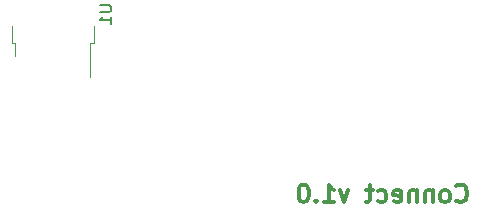
<source format=gbr>
%TF.GenerationSoftware,KiCad,Pcbnew,(6.0.2)*%
%TF.CreationDate,2022-06-07T19:59:31+02:00*%
%TF.ProjectId,cup_connect,6375705f-636f-46e6-9e65-63742e6b6963,rev?*%
%TF.SameCoordinates,Original*%
%TF.FileFunction,Legend,Bot*%
%TF.FilePolarity,Positive*%
%FSLAX46Y46*%
G04 Gerber Fmt 4.6, Leading zero omitted, Abs format (unit mm)*
G04 Created by KiCad (PCBNEW (6.0.2)) date 2022-06-07 19:59:31*
%MOMM*%
%LPD*%
G01*
G04 APERTURE LIST*
%ADD10C,0.300000*%
%ADD11C,0.150000*%
%ADD12C,0.120000*%
G04 APERTURE END LIST*
D10*
X34154285Y-26697714D02*
X34225714Y-26769142D01*
X34440000Y-26840571D01*
X34582857Y-26840571D01*
X34797142Y-26769142D01*
X34940000Y-26626285D01*
X35011428Y-26483428D01*
X35082857Y-26197714D01*
X35082857Y-25983428D01*
X35011428Y-25697714D01*
X34940000Y-25554857D01*
X34797142Y-25412000D01*
X34582857Y-25340571D01*
X34440000Y-25340571D01*
X34225714Y-25412000D01*
X34154285Y-25483428D01*
X33297142Y-26840571D02*
X33440000Y-26769142D01*
X33511428Y-26697714D01*
X33582857Y-26554857D01*
X33582857Y-26126285D01*
X33511428Y-25983428D01*
X33440000Y-25912000D01*
X33297142Y-25840571D01*
X33082857Y-25840571D01*
X32940000Y-25912000D01*
X32868571Y-25983428D01*
X32797142Y-26126285D01*
X32797142Y-26554857D01*
X32868571Y-26697714D01*
X32940000Y-26769142D01*
X33082857Y-26840571D01*
X33297142Y-26840571D01*
X32154285Y-25840571D02*
X32154285Y-26840571D01*
X32154285Y-25983428D02*
X32082857Y-25912000D01*
X31940000Y-25840571D01*
X31725714Y-25840571D01*
X31582857Y-25912000D01*
X31511428Y-26054857D01*
X31511428Y-26840571D01*
X30797142Y-25840571D02*
X30797142Y-26840571D01*
X30797142Y-25983428D02*
X30725714Y-25912000D01*
X30582857Y-25840571D01*
X30368571Y-25840571D01*
X30225714Y-25912000D01*
X30154285Y-26054857D01*
X30154285Y-26840571D01*
X28868571Y-26769142D02*
X29011428Y-26840571D01*
X29297142Y-26840571D01*
X29440000Y-26769142D01*
X29511428Y-26626285D01*
X29511428Y-26054857D01*
X29440000Y-25912000D01*
X29297142Y-25840571D01*
X29011428Y-25840571D01*
X28868571Y-25912000D01*
X28797142Y-26054857D01*
X28797142Y-26197714D01*
X29511428Y-26340571D01*
X27511428Y-26769142D02*
X27654285Y-26840571D01*
X27940000Y-26840571D01*
X28082857Y-26769142D01*
X28154285Y-26697714D01*
X28225714Y-26554857D01*
X28225714Y-26126285D01*
X28154285Y-25983428D01*
X28082857Y-25912000D01*
X27940000Y-25840571D01*
X27654285Y-25840571D01*
X27511428Y-25912000D01*
X27082857Y-25840571D02*
X26511428Y-25840571D01*
X26868571Y-25340571D02*
X26868571Y-26626285D01*
X26797142Y-26769142D01*
X26654285Y-26840571D01*
X26511428Y-26840571D01*
X25011428Y-25840571D02*
X24654285Y-26840571D01*
X24297142Y-25840571D01*
X22940000Y-26840571D02*
X23797142Y-26840571D01*
X23368571Y-26840571D02*
X23368571Y-25340571D01*
X23511428Y-25554857D01*
X23654285Y-25697714D01*
X23797142Y-25769142D01*
X22297142Y-26697714D02*
X22225714Y-26769142D01*
X22297142Y-26840571D01*
X22368571Y-26769142D01*
X22297142Y-26697714D01*
X22297142Y-26840571D01*
X21297142Y-25340571D02*
X21154285Y-25340571D01*
X21011428Y-25412000D01*
X20940000Y-25483428D01*
X20868571Y-25626285D01*
X20797142Y-25912000D01*
X20797142Y-26269142D01*
X20868571Y-26554857D01*
X20940000Y-26697714D01*
X21011428Y-26769142D01*
X21154285Y-26840571D01*
X21297142Y-26840571D01*
X21440000Y-26769142D01*
X21511428Y-26697714D01*
X21582857Y-26554857D01*
X21654285Y-26269142D01*
X21654285Y-25912000D01*
X21582857Y-25626285D01*
X21511428Y-25483428D01*
X21440000Y-25412000D01*
X21297142Y-25340571D01*
D11*
%TO.C,U1*%
X3952380Y-10160095D02*
X4761904Y-10160095D01*
X4857142Y-10207714D01*
X4904761Y-10255333D01*
X4952380Y-10350571D01*
X4952380Y-10541047D01*
X4904761Y-10636285D01*
X4857142Y-10683904D01*
X4761904Y-10731523D01*
X3952380Y-10731523D01*
X4952380Y-11731523D02*
X4952380Y-11160095D01*
X4952380Y-11445809D02*
X3952380Y-11445809D01*
X4095238Y-11350571D01*
X4190476Y-11255333D01*
X4238095Y-11160095D01*
D12*
X3450000Y-11892000D02*
X3450000Y-13392000D01*
X-3450000Y-13392000D02*
X-3180000Y-13392000D01*
X3450000Y-13392000D02*
X3180000Y-13392000D01*
X3180000Y-13392000D02*
X3180000Y-16222000D01*
X-3450000Y-11892000D02*
X-3450000Y-13392000D01*
X-3180000Y-13392000D02*
X-3180000Y-14492000D01*
%TD*%
M02*

</source>
